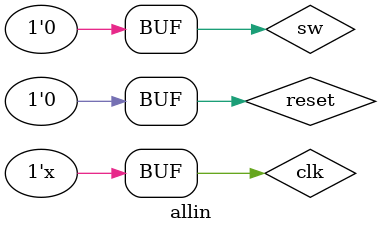
<source format=v>
`timescale 1ns / 1ps


module allin;

	// Inputs
	reg clk;
	reg sw;
	reg reset;

	// Outputs
	wire SEGLED_CLK;
	wire SEGLED_DO;
	wire SEGLED_PEN;
	wire SEGLED_CLR;
	wire [11:0] rgb;
	wire vsync;
	wire hsync;

	// Bidirs
	wire [4:0] BTN_X;
	wire [3:0] BTN_Y;

	// Instantiate the Unit Under Test (UUT)
	top uut (
		.clk(clk), 
		.sw(sw), 
		.reset(reset), 
		.BTN_X(BTN_X), 
		.BTN_Y(BTN_Y), 
		.SEGLED_CLK(SEGLED_CLK), 
		.SEGLED_DO(SEGLED_DO), 
		.SEGLED_PEN(SEGLED_PEN), 
		.SEGLED_CLR(SEGLED_CLR), 
		.rgb(rgb), 
		.vsync(vsync), 
		.hsync(hsync)
	);
	always begin
		#10;
		clk=~clk;
	end
	initial begin
		// Initialize Inputs
		clk = 0;
		sw = 0;
		reset = 0;


	end
      
endmodule


</source>
